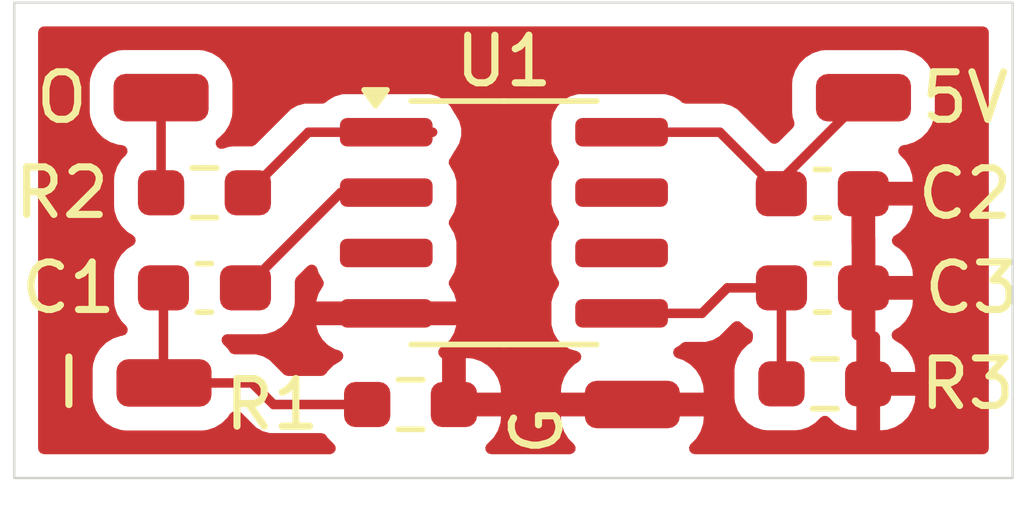
<source format=kicad_pcb>
(kicad_pcb (version 20241229) (generator "pcbnew") (generator_version "9.0")
  (title_block (title "Sync Stripper") (date "2025-03-23") (rev "0"))
  (layers (0 "F.Cu" signal) (2 "B.Cu" signal) (13 "F.Paste" user) (15 "B.Paste" user) (5 "F.SilkS" user "F.Silkscreen") (7 "B.SilkS" user "B.Silkscreen") (1 "F.Mask" user) (3 "B.Mask" user) (25 "Edge.Cuts" user))
  (net 0 "")
  (net 1 "Net-(U1-VIDEO)")
  (net 2 "Net-(J3-Pin_1)")
  (net 3 "GND")
  (net 4 "+5V")
  (net 5 "Net-(U1-BURST)")
  (net 6 "Net-(U1-CSYNC)")
  (net 7 "Net-(J2-Pin_1)")
  (footprint "Capacitor_SMD:C_0603_1608Metric_Pad1.08x0.95mm_HandSolder" (layer "F.Cu") (at 124 92)
    (property "Reference" "C3" (at 3.1375 0 180) (layer "F.SilkS"))
    (property "Value" "100n")
    (fp_line (start -0.146267 -0.51) (end 0.146267 -0.51) (stroke (width 0.12)) (layer "F.SilkS"))
    (fp_line (start -0.146267 0.51) (end 0.146267 0.51) (stroke (width 0.12)) (layer "F.SilkS"))
    (pad "1" smd roundrect (at -0.8625 0) (size 1.075 0.95) (layers "F.Cu" "F.Mask" "F.Paste") (net 5 "Net-(U1-BURST)"))
    (pad "2" smd roundrect (at 0.8625 0) (size 1.075 0.95) (layers "F.Cu" "F.Mask" "F.Paste") (net 3 "GND"))
  )
  (footprint "Capacitor_SMD:C_0603_1608Metric_Pad1.08x0.95mm_HandSolder" (layer "F.Cu") (at 123.996345 90.019184)
    (property "Reference" "C2" (at 3.003655 0 0) (layer "F.SilkS"))
    (property "Value" "100n")
    (fp_line (start -0.146267 -0.51) (end 0.146267 -0.51) (stroke (width 0.12)) (layer "F.SilkS"))
    (fp_line (start -0.146267 0.51) (end 0.146267 0.51) (stroke (width 0.12)) (layer "F.SilkS"))
    (pad "1" smd roundrect (at -0.8625 0) (size 1.075 0.95) (layers "F.Cu" "F.Mask" "F.Paste") (net 4 "+5V"))
    (pad "2" smd roundrect (at 0.8625 0) (size 1.075 0.95) (layers "F.Cu" "F.Mask" "F.Paste") (net 3 "GND"))
  )
  (footprint "Capacitor_SMD:C_0603_1608Metric_Pad1.08x0.95mm_HandSolder" (layer "F.Cu") (at 111 92 180)
    (property "Reference" "C1" (at 2.8625 0 0) (layer "F.SilkS"))
    (property "Value" "100n")
    (fp_line (start -0.146267 0.51) (end 0.146267 0.51) (stroke (width 0.12)) (layer "F.SilkS"))
    (fp_line (start -0.146267 -0.51) (end 0.146267 -0.51) (stroke (width 0.12)) (layer "F.SilkS"))
    (pad "1" smd roundrect (at -0.8625 0 180) (size 1.075 0.95) (layers "F.Cu" "F.Mask" "F.Paste") (net 1 "Net-(U1-VIDEO)"))
    (pad "2" smd roundrect (at 0.8625 0 180) (size 1.075 0.95) (layers "F.Cu" "F.Mask" "F.Paste") (net 2 "Net-(J3-Pin_1)"))
  )
  (footprint "Resistor_SMD:R_0603_1608Metric_Pad0.98x0.95mm_HandSolder" (layer "F.Cu") (at 111 90 180)
    (property "Reference" "R2" (at 3 0 0) (layer "F.SilkS"))
    (property "Value" "470")
    (fp_line (start -0.254724 0.5225) (end 0.254724 0.5225) (stroke (width 0.12)) (layer "F.SilkS"))
    (fp_line (start -0.254724 -0.5225) (end 0.254724 -0.5225) (stroke (width 0.12)) (layer "F.SilkS"))
    (pad "1" smd roundrect (at -0.9125 0 180) (size 0.975 0.95) (layers "F.Cu" "F.Mask" "F.Paste") (net 6 "Net-(U1-CSYNC)"))
    (pad "2" smd roundrect (at 0.9125 0 180) (size 0.975 0.95) (layers "F.Cu" "F.Mask" "F.Paste") (net 7 "Net-(J2-Pin_1)"))
  )
  (footprint "Connector_Wire:SolderWirePad_1x01_SMD_1x2mm" (layer "F.Cu") (at 124.861946 88 90)
    (property "Reference" "5V" (at 0 2.138054 180) (layer "F.SilkS"))
    (property "Value" "5V")
    (pad "1" smd roundrect (at 0 0 90) (size 1 2) (layers "F.Cu" "F.Mask" "F.Paste") (net 4 "+5V"))
  )
  (footprint "Resistor_SMD:R_0603_1608Metric_Pad0.98x0.95mm_HandSolder" (layer "F.Cu") (at 124.049576 94.019025)
    (property "Reference" "R3" (at 3 0 180) (layer "F.SilkS"))
    (property "Value" "680k")
    (fp_line (start -0.254724 -0.5225) (end 0.254724 -0.5225) (stroke (width 0.12)) (layer "F.SilkS"))
    (fp_line (start -0.254724 0.5225) (end 0.254724 0.5225) (stroke (width 0.12)) (layer "F.SilkS"))
    (pad "1" smd roundrect (at -0.9125 0) (size 0.975 0.95) (layers "F.Cu" "F.Mask" "F.Paste") (net 5 "Net-(U1-BURST)"))
    (pad "2" smd roundrect (at 0.9125 0) (size 0.975 0.95) (layers "F.Cu" "F.Mask" "F.Paste") (net 3 "GND"))
  )
  (footprint "Resistor_SMD:R_0603_1608Metric_Pad0.98x0.95mm_HandSolder" (layer "F.Cu") (at 115.335308 94.453698)
    (property "Reference" "R1" (at -2.9125 0 0) (layer "F.SilkS"))
    (property "Value" "75")
    (fp_line (start -0.254724 -0.5225) (end 0.254724 -0.5225) (stroke (width 0.12)) (layer "F.SilkS"))
    (fp_line (start -0.254724 0.5225) (end 0.254724 0.5225) (stroke (width 0.12)) (layer "F.SilkS"))
    (pad "1" smd roundrect (at -0.9125 0) (size 0.975 0.95) (layers "F.Cu" "F.Mask" "F.Paste") (net 2 "Net-(J3-Pin_1)"))
    (pad "2" smd roundrect (at 0.9125 0) (size 0.975 0.95) (layers "F.Cu" "F.Mask" "F.Paste") (net 3 "GND"))
  )
  (footprint "Connector_Wire:SolderWirePad_1x01_SMD_1x2mm" (layer "F.Cu") (at 110.148891 94 -90)
    (property "Reference" "I" (at 0 2 180) (layer "F.SilkS"))
    (property "Value" "VIDEO")
    (pad "1" smd roundrect (at 0 0 270) (size 1 2) (layers "F.Cu" "F.Mask" "F.Paste") (net 2 "Net-(J3-Pin_1)"))
  )
  (footprint "Connector_Wire:SolderWirePad_1x01_SMD_1x2mm" (layer "F.Cu") (at 120 94.453698 90)
    (property "Reference" "G" (at -0.546302 -2 90) (layer "F.SilkS"))
    (property "Value" "GND")
    (pad "1" smd roundrect (at 0 0 90) (size 1 2) (layers "F.Cu" "F.Mask" "F.Paste") (net 3 "GND"))
  )
  (footprint "Package_SO:SOIC-8_3.9x4.9mm_P1.27mm" (layer "F.Cu") (at 117.299169 90.631405)
    (property "Reference" "U1" (at 0 -3.4 0) (layer "F.SilkS"))
    (property "Value" "LM1881")
    (fp_line (start 0 -2.56) (end -1.95 -2.56) (stroke (width 0.12)) (layer "F.SilkS"))
    (fp_line (start 0 -2.56) (end 1.95 -2.56) (stroke (width 0.12)) (layer "F.SilkS"))
    (fp_line (start 0 2.56) (end -1.95 2.56) (stroke (width 0.12)) (layer "F.SilkS"))
    (fp_line (start 0 2.56) (end 1.95 2.56) (stroke (width 0.12)) (layer "F.SilkS"))
    (fp_poly (pts (xy -2.7 -2.465) (xy -2.94 -2.795) (xy -2.46 -2.795) (xy -2.7 -2.465)) (stroke (width 0.12)) (fill yes) (layer "F.SilkS"))
    (pad "1" smd roundrect (at -2.475 -1.905) (size 1.95 0.6) (layers "F.Cu" "F.Mask" "F.Paste") (net 6 "Net-(U1-CSYNC)"))
    (pad "2" smd roundrect (at -2.475 -0.635) (size 1.95 0.6) (layers "F.Cu" "F.Mask" "F.Paste") (net 1 "Net-(U1-VIDEO)"))
    (pad "3" smd roundrect (at -2.475 0.635) (size 1.95 0.6) (layers "F.Cu" "F.Mask" "F.Paste"))
    (pad "4" smd roundrect (at -2.475 1.905) (size 1.95 0.6) (layers "F.Cu" "F.Mask" "F.Paste") (net 3 "GND"))
    (pad "5" smd roundrect (at 2.475 1.905) (size 1.95 0.6) (layers "F.Cu" "F.Mask" "F.Paste") (net 5 "Net-(U1-BURST)"))
    (pad "6" smd roundrect (at 2.475 0.635) (size 1.95 0.6) (layers "F.Cu" "F.Mask" "F.Paste"))
    (pad "7" smd roundrect (at 2.475 -0.635) (size 1.95 0.6) (layers "F.Cu" "F.Mask" "F.Paste"))
    (pad "8" smd roundrect (at 2.475 -1.905) (size 1.95 0.6) (layers "F.Cu" "F.Mask" "F.Paste") (net 4 "+5V"))
  )
  (footprint "Connector_Wire:SolderWirePad_1x01_SMD_1x2mm" (layer "F.Cu") (at 110.087708 87.998658 -90)
    (property "Reference" "O" (at 0.001342 2.087708 180) (layer "F.SilkS"))
    (property "Value" "SYNC")
    (pad "1" smd roundrect (at 0 0 270) (size 1 2) (layers "F.Cu" "F.Mask" "F.Paste") (net 7 "Net-(J2-Pin_1)"))
  )
  (gr_rect (start 107 86) (end 128 96) (stroke (width 0.05)) (fill no) (layer "Edge.Cuts"))
  (segment (start 113.866095 89.996405) (end 114.824169 89.996405) (width 0.2) (layer "F.Cu") (net 1))
  (segment (start 111.8625 92) (end 113.866095 89.996405) (width 0.2) (layer "F.Cu") (net 1))
  (segment (start 114.820574 90) (end 114.824169 89.996405) (width 0.2) (layer "F.Cu") (net 1))
  (segment (start 110.1375 92) (end 110.1375 93.988609) (width 0.2) (layer "F.Cu") (net 2))
  (segment (start 112 94) (end 110.148891 94) (width 0.2) (layer "F.Cu") (net 2))
  (segment (start 112.453698 94.453698) (end 112 94) (width 0.2) (layer "F.Cu") (net 2))
  (segment (start 110.141893 92.004393) (end 110.1375 92) (width 0.2) (layer "F.Cu") (net 2))
  (segment (start 110.148891 94.006998) (end 110.141893 94) (width 0.2) (layer "F.Cu") (net 2))
  (segment (start 110.1375 93.988609) (end 110.148891 94) (width 0.2) (layer "F.Cu") (net 2))
  (segment (start 114.422808 94.453698) (end 112.453698 94.453698) (width 0.2) (layer "F.Cu") (net 2))
  (segment (start 121.841066 88.726405) (end 123.133845 90.019184) (width 0.2) (layer "F.Cu") (net 4))
  (segment (start 123.133845 89.728101) (end 124.861946 88) (width 0.2) (layer "F.Cu") (net 4))
  (segment (start 119.774169 88.726405) (end 121.841066 88.726405) (width 0.2) (layer "F.Cu") (net 4))
  (segment (start 123.133845 90.019184) (end 123.133845 89.728101) (width 0.2) (layer "F.Cu") (net 4))
  (segment (start 122 92) (end 123.1375 92) (width 0.2) (layer "F.Cu") (net 5))
  (segment (start 119.774169 92.536405) (end 121.463595 92.536405) (width 0.2) (layer "F.Cu") (net 5))
  (segment (start 123.1375 94.018601) (end 123.137076 94.019025) (width 0.2) (layer "F.Cu") (net 5))
  (segment (start 123.1375 92) (end 123.1375 94.018601) (width 0.2) (layer "F.Cu") (net 5))
  (segment (start 121.463595 92.536405) (end 122 92) (width 0.2) (layer "F.Cu") (net 5))
  (segment (start 113.186095 88.726405) (end 114.824169 88.726405) (width 0.2) (layer "F.Cu") (net 6))
  (segment (start 111.9125 90) (end 113.186095 88.726405) (width 0.2) (layer "F.Cu") (net 6))
  (segment (start 115.799168 88.726405) (end 114.824169 88.726405) (width 0.2) (layer "F.Cu") (net 6))
  (segment (start 110.087708 87.998658) (end 110.087708 89.999792) (width 0.2) (layer "F.Cu") (net 7))
  (segment (start 110.087708 89.999792) (end 110.0875 90) (width 0.2) (layer "F.Cu") (net 7))
  (zone (net 3) (net_name "GND") (layer "F.Cu") (connect_pads (clearance 0.5)) (min_thickness 0.25) (fill yes (thermal_gap 0.5) (thermal_bridge_width 0.5))
    (polygon (pts (xy 107 86) (xy 107 96) (xy 128 96) (xy 128 86)))
  )
)
</source>
